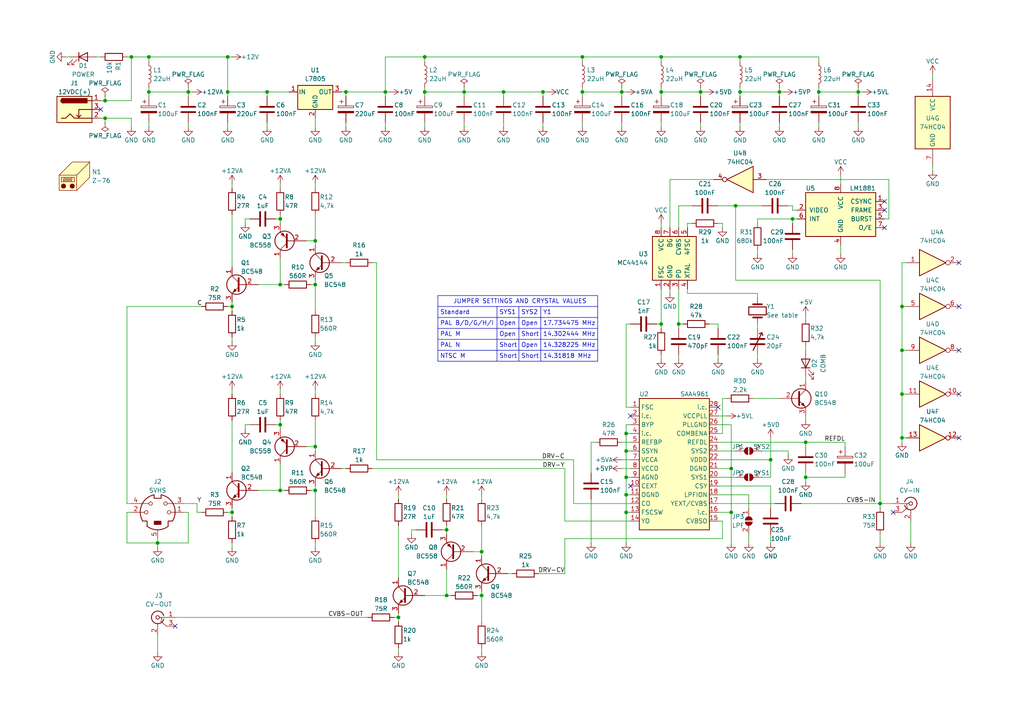
<source format=kicad_sch>
(kicad_sch (version 20230121) (generator eeschema)
  (paper "A4")
  (title_block (title "SAA4960 / SAA4961 Analog Video Comb Filter") (date "2024-08-24") (company "github.com/goscickiw"))
  (junction (at 111.76 26.67))
  (junction (at 181.61 130.81))
  (junction (at 43.18 26.67))
  (junction (at 123.19 26.67))
  (junction (at 181.61 125.73))
  (junction (at 180.34 26.67))
  (junction (at 233.68 128.27))
  (junction (at 100.33 26.67))
  (junction (at 134.62 26.67))
  (junction (at 223.52 133.35))
  (junction (at 115.57 179.07))
  (junction (at 38.1 16.51))
  (junction (at 123.19 16.51))
  (junction (at 30.48 34.29))
  (junction (at 203.2 26.67))
  (junction (at 91.44 129.54))
  (junction (at 66.04 16.51))
  (junction (at 233.68 138.43))
  (junction (at 81.28 82.55))
  (junction (at 146.05 26.67))
  (junction (at 212.09 148.59))
  (junction (at 196.85 93.98))
  (junction (at 67.31 148.59))
  (junction (at 212.09 135.89))
  (junction (at 81.28 63.5))
  (junction (at 229.87 63.5))
  (junction (at 81.28 123.19))
  (junction (at 261.62 101.6))
  (junction (at 45.72 157.48))
  (junction (at 139.7 160.02))
  (junction (at 139.7 172.72))
  (junction (at 168.91 16.51))
  (junction (at 91.44 82.55))
  (junction (at 77.47 26.67))
  (junction (at 129.54 172.72))
  (junction (at 214.63 26.67))
  (junction (at 30.48 29.21))
  (junction (at 191.77 26.67))
  (junction (at 66.04 26.67))
  (junction (at 181.61 138.43))
  (junction (at 91.44 69.85))
  (junction (at 129.54 153.67))
  (junction (at 54.61 26.67))
  (junction (at 157.48 26.67))
  (junction (at 181.61 148.59))
  (junction (at 261.62 127))
  (junction (at 261.62 114.3))
  (junction (at 261.62 88.9))
  (junction (at 248.92 26.67))
  (junction (at 81.28 142.24))
  (junction (at 237.49 26.67))
  (junction (at 168.91 26.67))
  (junction (at 226.06 26.67))
  (junction (at 43.18 16.51))
  (junction (at 191.77 93.98))
  (junction (at 91.44 142.24))
  (junction (at 67.31 88.9))
  (junction (at 191.77 16.51))
  (junction (at 255.27 146.05))
  (junction (at 214.63 16.51))
  (junction (at 213.36 59.69))
  (junction (at 181.61 143.51))
  (no_connect (at 278.13 88.9))
  (no_connect (at 259.08 148.59))
  (no_connect (at 256.54 58.42))
  (no_connect (at 256.54 66.04))
  (no_connect (at 29.21 31.75))
  (no_connect (at 256.54 60.96))
  (no_connect (at 278.13 127))
  (no_connect (at 182.88 120.65))
  (no_connect (at 278.13 101.6))
  (no_connect (at 208.28 118.11))
  (no_connect (at 278.13 114.3))
  (no_connect (at 278.13 76.2))
  (no_connect (at 182.88 140.97))
  (no_connect (at 50.8 181.61))
  (wire (pts (xy 218.44 115.57) (xy 226.06 115.57)))
  (wire (pts (xy 180.34 135.89) (xy 182.88 135.89)))
  (wire (pts (xy 219.71 93.98) (xy 219.71 95.25)))
  (polyline (pts (xy 127 92.075) (xy 173.355 92.075)))
  (wire (pts (xy 261.62 101.6) (xy 261.62 88.9)))
  (wire (pts (xy 157.48 35.56) (xy 157.48 36.83)))
  (wire (pts (xy 66.04 16.51) (xy 67.31 16.51)))
  (wire (pts (xy 81.28 113.03) (xy 81.28 114.3)))
  (wire (pts (xy 196.85 59.69) (xy 196.85 66.04)))
  (wire (pts (xy 223.52 138.43) (xy 223.52 133.35)))
  (wire (pts (xy 45.72 184.15) (xy 45.72 189.23)))
  (wire (pts (xy 245.11 128.27) (xy 245.11 129.54)))
  (wire (pts (xy 255.27 146.05) (xy 259.08 146.05)))
  (wire (pts (xy 80.01 123.19) (xy 81.28 123.19)))
  (wire (pts (xy 123.19 36.83) (xy 123.19 35.56)))
  (wire (pts (xy 139.7 187.96) (xy 139.7 189.23)))
  (wire (pts (xy 139.7 152.4) (xy 139.7 160.02)))
  (wire (pts (xy 270.51 49.53) (xy 270.51 48.26)))
  (wire (pts (xy 229.87 63.5) (xy 231.14 63.5)))
  (wire (pts (xy 57.15 146.05) (xy 57.15 148.59)))
  (wire (pts (xy 88.9 129.54) (xy 91.44 129.54)))
  (wire (pts (xy 45.72 157.48) (xy 36.83 157.48)))
  (polyline (pts (xy 127 98.425) (xy 173.355 98.425)))
  (wire (pts (xy 123.19 16.51) (xy 168.91 16.51)))
  (wire (pts (xy 54.61 148.59) (xy 53.34 148.59)))
  (wire (pts (xy 209.55 115.57) (xy 209.55 125.73)))
  (wire (pts (xy 123.19 172.72) (xy 129.54 172.72)))
  (wire (pts (xy 43.18 16.51) (xy 66.04 16.51)))
  (wire (pts (xy 128.27 153.67) (xy 129.54 153.67)))
  (wire (pts (xy 146.05 26.67) (xy 146.05 27.94)))
  (wire (pts (xy 190.5 93.98) (xy 191.77 93.98)))
  (wire (pts (xy 214.63 16.51) (xy 214.63 17.78)))
  (wire (pts (xy 166.37 146.05) (xy 182.88 146.05)))
  (wire (pts (xy 196.85 95.25) (xy 196.85 93.98)))
  (wire (pts (xy 171.45 144.78) (xy 171.45 157.48)))
  (wire (pts (xy 191.77 102.87) (xy 191.77 104.14)))
  (wire (pts (xy 30.48 34.29) (xy 30.48 35.56)))
  (wire (pts (xy 129.54 172.72) (xy 130.81 172.72)))
  (wire (pts (xy 237.49 25.4) (xy 237.49 26.67)))
  (wire (pts (xy 191.77 36.83) (xy 191.77 35.56)))
  (wire (pts (xy 191.77 25.4) (xy 191.77 26.67)))
  (wire (pts (xy 67.31 157.48) (xy 67.31 158.75)))
  (wire (pts (xy 233.68 128.27) (xy 245.11 128.27)))
  (wire (pts (xy 67.31 88.9) (xy 67.31 90.17)))
  (wire (pts (xy 119.38 153.67) (xy 120.65 153.67)))
  (wire (pts (xy 81.28 123.19) (xy 81.28 124.46)))
  (wire (pts (xy 261.62 127) (xy 261.62 114.3)))
  (wire (pts (xy 229.87 63.5) (xy 229.87 64.77)))
  (wire (pts (xy 119.38 154.94) (xy 119.38 153.67)))
  (wire (pts (xy 156.21 166.37) (xy 163.83 166.37)))
  (wire (pts (xy 248.92 26.67) (xy 248.92 27.94)))
  (wire (pts (xy 45.72 157.48) (xy 45.72 156.21)))
  (wire (pts (xy 181.61 93.98) (xy 182.88 93.98)))
  (wire (pts (xy 214.63 36.83) (xy 214.63 35.56)))
  (wire (pts (xy 181.61 157.48) (xy 181.61 148.59)))
  (wire (pts (xy 233.68 137.16) (xy 233.68 138.43)))
  (wire (pts (xy 67.31 113.03) (xy 67.31 114.3)))
  (wire (pts (xy 107.95 135.89) (xy 163.83 135.89)))
  (wire (pts (xy 205.74 93.98) (xy 208.28 93.98)))
  (wire (pts (xy 91.44 142.24) (xy 91.44 149.86)))
  (wire (pts (xy 66.04 88.9) (xy 67.31 88.9)))
  (wire (pts (xy 157.48 26.67) (xy 158.75 26.67)))
  (wire (pts (xy 67.31 148.59) (xy 67.31 149.86)))
  (wire (pts (xy 111.76 26.67) (xy 111.76 27.94)))
  (wire (pts (xy 219.71 102.87) (xy 219.71 104.14)))
  (wire (pts (xy 237.49 36.83) (xy 237.49 35.56)))
  (wire (pts (xy 54.61 157.48) (xy 45.72 157.48)))
  (polyline (pts (xy 127 88.9) (xy 173.355 88.9)))
  (wire (pts (xy 163.83 156.21) (xy 209.55 156.21)))
  (wire (pts (xy 223.52 154.94) (xy 223.52 157.48)))
  (wire (pts (xy 181.61 148.59) (xy 181.61 143.51)))
  (wire (pts (xy 233.68 138.43) (xy 245.11 138.43)))
  (wire (pts (xy 180.34 26.67) (xy 180.34 27.94)))
  (wire (pts (xy 67.31 97.79) (xy 67.31 99.06)))
  (wire (pts (xy 134.62 35.56) (xy 134.62 36.83)))
  (wire (pts (xy 43.18 25.4) (xy 43.18 26.67)))
  (wire (pts (xy 77.47 27.94) (xy 77.47 26.67)))
  (wire (pts (xy 139.7 143.51) (xy 139.7 144.78)))
  (wire (pts (xy 163.83 166.37) (xy 163.83 156.21)))
  (wire (pts (xy 81.28 121.92) (xy 81.28 123.19)))
  (wire (pts (xy 67.31 121.92) (xy 67.31 137.16)))
  (wire (pts (xy 67.31 62.23) (xy 67.31 77.47)))
  (wire (pts (xy 20.32 16.51) (xy 19.05 16.51)))
  (wire (pts (xy 209.55 151.13) (xy 209.55 156.21)))
  (wire (pts (xy 36.83 146.05) (xy 36.83 88.9)))
  (polyline (pts (xy 127 101.6) (xy 173.355 101.6)))
  (wire (pts (xy 74.93 142.24) (xy 81.28 142.24)))
  (wire (pts (xy 66.04 36.83) (xy 66.04 35.56)))
  (wire (pts (xy 191.77 16.51) (xy 214.63 16.51)))
  (polyline (pts (xy 150.495 88.9) (xy 150.495 104.775)))
  (wire (pts (xy 134.62 25.4) (xy 134.62 26.67)))
  (wire (pts (xy 36.83 157.48) (xy 36.83 148.59)))
  (wire (pts (xy 232.41 146.05) (xy 255.27 146.05)))
  (wire (pts (xy 115.57 152.4) (xy 115.57 167.64)))
  (wire (pts (xy 180.34 133.35) (xy 182.88 133.35)))
  (wire (pts (xy 191.77 64.77) (xy 191.77 66.04)))
  (wire (pts (xy 166.37 133.35) (xy 166.37 146.05)))
  (wire (pts (xy 208.28 93.98) (xy 208.28 95.25)))
  (wire (pts (xy 237.49 27.94) (xy 237.49 26.67)))
  (wire (pts (xy 214.63 16.51) (xy 237.49 16.51)))
  (wire (pts (xy 38.1 146.05) (xy 36.83 146.05)))
  (wire (pts (xy 261.62 88.9) (xy 262.89 88.9)))
  (wire (pts (xy 38.1 16.51) (xy 43.18 16.51)))
  (wire (pts (xy 226.06 25.4) (xy 226.06 26.67)))
  (wire (pts (xy 191.77 26.67) (xy 203.2 26.67)))
  (wire (pts (xy 208.28 133.35) (xy 223.52 133.35)))
  (wire (pts (xy 270.51 21.59) (xy 270.51 22.86)))
  (wire (pts (xy 181.61 138.43) (xy 181.61 130.81)))
  (wire (pts (xy 90.17 142.24) (xy 91.44 142.24)))
  (wire (pts (xy 81.28 63.5) (xy 81.28 64.77)))
  (wire (pts (xy 213.36 59.69) (xy 220.98 59.69)))
  (wire (pts (xy 91.44 140.97) (xy 91.44 142.24)))
  (wire (pts (xy 208.28 135.89) (xy 212.09 135.89)))
  (wire (pts (xy 208.28 140.97) (xy 223.52 140.97)))
  (wire (pts (xy 71.12 64.77) (xy 71.12 63.5)))
  (wire (pts (xy 109.22 76.2) (xy 109.22 133.35)))
  (wire (pts (xy 29.21 16.51) (xy 27.94 16.51)))
  (wire (pts (xy 66.04 27.94) (xy 66.04 26.67)))
  (wire (pts (xy 212.09 157.48) (xy 212.09 148.59)))
  (wire (pts (xy 53.34 146.05) (xy 57.15 146.05)))
  (wire (pts (xy 181.61 118.11) (xy 182.88 118.11)))
  (wire (pts (xy 217.17 143.51) (xy 217.17 147.32)))
  (wire (pts (xy 261.62 114.3) (xy 262.89 114.3)))
  (wire (pts (xy 255.27 154.94) (xy 255.27 157.48)))
  (wire (pts (xy 74.93 82.55) (xy 81.28 82.55)))
  (wire (pts (xy 229.87 72.39) (xy 229.87 73.66)))
  (wire (pts (xy 67.31 147.32) (xy 67.31 148.59)))
  (wire (pts (xy 233.68 109.22) (xy 233.68 110.49)))
  (wire (pts (xy 191.77 16.51) (xy 191.77 17.78)))
  (wire (pts (xy 261.62 101.6) (xy 262.89 101.6)))
  (wire (pts (xy 219.71 63.5) (xy 219.71 64.77)))
  (wire (pts (xy 181.61 125.73) (xy 182.88 125.73)))
  (wire (pts (xy 223.52 140.97) (xy 223.52 147.32)))
  (wire (pts (xy 181.61 123.19) (xy 181.61 125.73)))
  (wire (pts (xy 212.09 148.59) (xy 212.09 135.89)))
  (wire (pts (xy 233.68 128.27) (xy 233.68 129.54)))
  (wire (pts (xy 181.61 138.43) (xy 182.88 138.43)))
  (wire (pts (xy 114.3 179.07) (xy 115.57 179.07)))
  (wire (pts (xy 203.2 25.4) (xy 203.2 26.67)))
  (wire (pts (xy 233.68 91.44) (xy 233.68 92.71)))
  (wire (pts (xy 115.57 179.07) (xy 115.57 180.34)))
  (wire (pts (xy 261.62 114.3) (xy 261.62 101.6)))
  (wire (pts (xy 217.17 154.94) (xy 217.17 157.48)))
  (wire (pts (xy 212.09 123.19) (xy 208.28 123.19)))
  (wire (pts (xy 171.45 137.16) (xy 171.45 128.27)))
  (wire (pts (xy 191.77 93.98) (xy 191.77 95.25)))
  (wire (pts (xy 71.12 123.19) (xy 72.39 123.19)))
  (wire (pts (xy 99.06 26.67) (xy 100.33 26.67)))
  (wire (pts (xy 99.06 135.89) (xy 100.33 135.89)))
  (wire (pts (xy 43.18 36.83) (xy 43.18 35.56)))
  (wire (pts (xy 220.98 138.43) (xy 223.52 138.43)))
  (wire (pts (xy 129.54 152.4) (xy 129.54 153.67)))
  (wire (pts (xy 203.2 35.56) (xy 203.2 36.83)))
  (wire (pts (xy 248.92 35.56) (xy 248.92 36.83)))
  (wire (pts (xy 77.47 35.56) (xy 77.47 36.83)))
  (wire (pts (xy 261.62 127) (xy 261.62 128.27)))
  (wire (pts (xy 194.31 83.82) (xy 194.31 85.09)))
  (wire (pts (xy 191.77 83.82) (xy 191.77 93.98)))
  (wire (pts (xy 66.04 26.67) (xy 77.47 26.67)))
  (wire (pts (xy 138.43 172.72) (xy 139.7 172.72)))
  (wire (pts (xy 43.18 17.78) (xy 43.18 16.51)))
  (wire (pts (xy 71.12 124.46) (xy 71.12 123.19)))
  (wire (pts (xy 233.68 100.33) (xy 233.68 101.6)))
  (wire (pts (xy 115.57 177.8) (xy 115.57 179.07)))
  (wire (pts (xy 29.21 34.29) (xy 30.48 34.29)))
  (wire (pts (xy 226.06 26.67) (xy 226.06 27.94)))
  (wire (pts (xy 264.16 151.13) (xy 264.16 157.48)))
  (wire (pts (xy 100.33 36.83) (xy 100.33 35.56)))
  (wire (pts (xy 209.55 64.77) (xy 208.28 64.77)))
  (wire (pts (xy 30.48 29.21) (xy 38.1 29.21)))
  (wire (pts (xy 67.31 53.34) (xy 67.31 54.61)))
  (wire (pts (xy 81.28 53.34) (xy 81.28 54.61)))
  (wire (pts (xy 208.28 148.59) (xy 212.09 148.59)))
  (wire (pts (xy 255.27 146.05) (xy 255.27 147.32)))
  (wire (pts (xy 257.81 52.07) (xy 257.81 63.5)))
  (wire (pts (xy 99.06 76.2) (xy 100.33 76.2)))
  (wire (pts (xy 208.28 59.69) (xy 213.36 59.69)))
  (wire (pts (xy 243.84 71.12) (xy 243.84 73.66)))
  (wire (pts (xy 209.55 66.04) (xy 209.55 64.77)))
  (wire (pts (xy 107.95 76.2) (xy 109.22 76.2)))
  (wire (pts (xy 45.72 157.48) (xy 45.72 158.75)))
  (wire (pts (xy 29.21 29.21) (xy 30.48 29.21)))
  (wire (pts (xy 54.61 26.67) (xy 54.61 27.94)))
  (wire (pts (xy 81.28 142.24) (xy 82.55 142.24)))
  (wire (pts (xy 233.68 120.65) (xy 233.68 121.92)))
  (wire (pts (xy 36.83 88.9) (xy 58.42 88.9)))
  (wire (pts (xy 248.92 25.4) (xy 248.92 26.67)))
  (wire (pts (xy 194.31 52.07) (xy 207.01 52.07)))
  (wire (pts (xy 168.91 36.83) (xy 168.91 35.56)))
  (wire (pts (xy 168.91 27.94) (xy 168.91 26.67)))
  (wire (pts (xy 199.39 64.77) (xy 199.39 66.04)))
  (wire (pts (xy 54.61 26.67) (xy 55.88 26.67)))
  (wire (pts (xy 180.34 35.56) (xy 180.34 36.83)))
  (wire (pts (xy 81.28 82.55) (xy 82.55 82.55)))
  (wire (pts (xy 66.04 16.51) (xy 66.04 26.67)))
  (wire (pts (xy 147.32 166.37) (xy 148.59 166.37)))
  (wire (pts (xy 163.83 135.89) (xy 163.83 151.13)))
  (wire (pts (xy 213.36 81.28) (xy 255.27 81.28)))
  (wire (pts (xy 91.44 82.55) (xy 91.44 90.17)))
  (wire (pts (xy 54.61 25.4) (xy 54.61 26.67)))
  (wire (pts (xy 111.76 26.67) (xy 113.03 26.67)))
  (wire (pts (xy 38.1 29.21) (xy 38.1 16.51)))
  (wire (pts (xy 137.16 160.02) (xy 139.7 160.02)))
  (wire (pts (xy 111.76 26.67) (xy 111.76 16.51)))
  (wire (pts (xy 163.83 151.13) (xy 182.88 151.13)))
  (wire (pts (xy 233.68 138.43) (xy 233.68 139.7)))
  (wire (pts (xy 168.91 26.67) (xy 180.34 26.67)))
  (wire (pts (xy 208.28 102.87) (xy 208.28 104.14)))
  (wire (pts (xy 214.63 27.94) (xy 214.63 26.67)))
  (wire (pts (xy 43.18 26.67) (xy 54.61 26.67)))
  (wire (pts (xy 196.85 102.87) (xy 196.85 104.14)))
  (wire (pts (xy 109.22 133.35) (xy 166.37 133.35)))
  (wire (pts (xy 50.8 179.07) (xy 106.68 179.07)))
  (wire (pts (xy 181.61 118.11) (xy 181.61 93.98)))
  (wire (pts (xy 243.84 50.8) (xy 243.84 53.34)))
  (wire (pts (xy 245.11 138.43) (xy 245.11 137.16)))
  (wire (pts (xy 222.25 52.07) (xy 257.81 52.07)))
  (wire (pts (xy 208.28 146.05) (xy 224.79 146.05)))
  (wire (pts (xy 91.44 129.54) (xy 91.44 130.81)))
  (wire (pts (xy 91.44 97.79) (xy 91.44 99.06)))
  (wire (pts (xy 229.87 59.69) (xy 229.87 60.96)))
  (wire (pts (xy 91.44 81.28) (xy 91.44 82.55)))
  (wire (pts (xy 139.7 172.72) (xy 139.7 180.34)))
  (wire (pts (xy 54.61 35.56) (xy 54.61 36.83)))
  (wire (pts (xy 129.54 143.51) (xy 129.54 144.78)))
  (wire (pts (xy 200.66 64.77) (xy 199.39 64.77)))
  (wire (pts (xy 36.83 148.59) (xy 38.1 148.59)))
  (wire (pts (xy 81.28 74.93) (xy 81.28 82.55)))
  (wire (pts (xy 261.62 76.2) (xy 262.89 76.2)))
  (wire (pts (xy 181.61 143.51) (xy 181.61 138.43)))
  (wire (pts (xy 262.89 127) (xy 261.62 127)))
  (wire (pts (xy 228.6 132.08) (xy 228.6 130.81)))
  (wire (pts (xy 91.44 121.92) (xy 91.44 129.54)))
  (wire (pts (xy 181.61 130.81) (xy 182.88 130.81)))
  (wire (pts (xy 203.2 26.67) (xy 204.47 26.67)))
  (wire (pts (xy 168.91 25.4) (xy 168.91 26.67)))
  (wire (pts (xy 91.44 157.48) (xy 91.44 158.75)))
  (wire (pts (xy 219.71 85.09) (xy 199.39 85.09)))
  (wire (pts (xy 91.44 34.29) (xy 91.44 36.83)))
  (wire (pts (xy 123.19 17.78) (xy 123.19 16.51)))
  (wire (pts (xy 181.61 130.81) (xy 181.61 125.73)))
  (wire (pts (xy 229.87 59.69) (xy 228.6 59.69)))
  (wire (pts (xy 219.71 72.39) (xy 219.71 73.66)))
  (wire (pts (xy 43.18 26.67) (xy 43.18 27.94)))
  (wire (pts (xy 219.71 86.36) (xy 219.71 85.09)))
  (wire (pts (xy 123.19 26.67) (xy 134.62 26.67)))
  (wire (pts (xy 171.45 128.27) (xy 172.72 128.27)))
  (wire (pts (xy 111.76 35.56) (xy 111.76 36.83)))
  (wire (pts (xy 30.48 34.29) (xy 38.1 34.29)))
  (polyline (pts (xy 144.145 88.9) (xy 144.145 104.775)))
  (wire (pts (xy 256.54 63.5) (xy 257.81 63.5)))
  (wire (pts (xy 255.27 81.28) (xy 255.27 146.05)))
  (wire (pts (xy 88.9 69.85) (xy 91.44 69.85)))
  (wire (pts (xy 100.33 27.94) (xy 100.33 26.67)))
  (wire (pts (xy 237.49 26.67) (xy 248.92 26.67)))
  (wire (pts (xy 71.12 63.5) (xy 72.39 63.5)))
  (wire (pts (xy 157.48 26.67) (xy 157.48 27.94)))
  (wire (pts (xy 191.77 27.94) (xy 191.77 26.67)))
  (wire (pts (xy 208.28 151.13) (xy 209.55 151.13)))
  (wire (pts (xy 134.62 26.67) (xy 146.05 26.67)))
  (wire (pts (xy 123.19 25.4) (xy 123.19 26.67)))
  (wire (pts (xy 214.63 26.67) (xy 226.06 26.67)))
  (wire (pts (xy 91.44 69.85) (xy 91.44 71.12)))
  (wire (pts (xy 196.85 93.98) (xy 198.12 93.98)))
  (wire (pts (xy 208.28 120.65) (xy 210.82 120.65)))
  (wire (pts (xy 180.34 128.27) (xy 182.88 128.27)))
  (wire (pts (xy 208.28 128.27) (xy 233.68 128.27)))
  (wire (pts (xy 129.54 153.67) (xy 129.54 154.94)))
  (wire (pts (xy 81.28 134.62) (xy 81.28 142.24)))
  (wire (pts (xy 91.44 53.34) (xy 91.44 54.61)))
  (wire (pts (xy 54.61 148.59) (xy 54.61 157.48)))
  (wire (pts (xy 91.44 62.23) (xy 91.44 69.85)))
  (wire (pts (xy 208.28 138.43) (xy 213.36 138.43)))
  (wire (pts (xy 194.31 52.07) (xy 194.31 66.04)))
  (wire (pts (xy 67.31 87.63) (xy 67.31 88.9)))
  (wire (pts (xy 100.33 26.67) (xy 111.76 26.67)))
  (wire (pts (xy 226.06 35.56) (xy 226.06 36.83)))
  (wire (pts (xy 146.05 35.56) (xy 146.05 36.83)))
  (wire (pts (xy 38.1 34.29) (xy 38.1 36.83)))
  (wire (pts (xy 123.19 27.94) (xy 123.19 26.67)))
  (wire (pts (xy 226.06 26.67) (xy 227.33 26.67)))
  (wire (pts (xy 180.34 25.4) (xy 180.34 26.67)))
  (wire (pts (xy 228.6 130.81) (xy 220.98 130.81)))
  (wire (pts (xy 196.85 83.82) (xy 196.85 93.98)))
  (wire (pts (xy 261.62 88.9) (xy 261.62 76.2)))
  (wire (pts (xy 181.61 143.51) (xy 182.88 143.51)))
  (polyline (pts (xy 127 95.25) (xy 173.355 95.25)))
  (wire (pts (xy 203.2 26.67) (xy 203.2 27.94)))
  (wire (pts (xy 77.47 26.67) (xy 83.82 26.67)))
  (wire (pts (xy 200.66 59.69) (xy 196.85 59.69)))
  (wire (pts (xy 214.63 25.4) (xy 214.63 26.67)))
  (wire (pts (xy 139.7 160.02) (xy 139.7 161.29)))
  (wire (pts (xy 36.83 16.51) (xy 38.1 16.51)))
  (wire (pts (xy 208.28 125.73) (xy 209.55 125.73)))
  (wire (pts (xy 115.57 187.96) (xy 115.57 189.23)))
  (wire (pts (xy 57.15 148.59) (xy 58.42 148.59)))
  (wire (pts (xy 91.44 113.03) (xy 91.44 114.3)))
  (wire (pts (xy 115.57 143.51) (xy 115.57 144.78)))
  (wire (pts (xy 208.28 143.51) (xy 217.17 143.51)))
  (wire (pts (xy 81.28 62.23) (xy 81.28 63.5)))
  (wire (pts (xy 237.49 16.51) (xy 237.49 17.78)))
  (wire (pts (xy 168.91 16.51) (xy 191.77 16.51)))
  (wire (pts (xy 30.48 27.94) (xy 30.48 29.21)))
  (wire (pts (xy 90.17 82.55) (xy 91.44 82.55)))
  (wire (pts (xy 199.39 85.09) (xy 199.39 83.82)))
  (wire (pts (xy 168.91 16.51) (xy 168.91 17.78)))
  (wire (pts (xy 208.28 130.81) (xy 213.36 130.81)))
  (wire (pts (xy 181.61 148.59) (xy 182.88 148.59)))
  (wire (pts (xy 248.92 26.67) (xy 250.19 26.67)))
  (wire (pts (xy 129.54 165.1) (xy 129.54 172.72)))
  (wire (pts (xy 213.36 59.69) (xy 213.36 81.28)))
  (wire (pts (xy 111.76 16.51) (xy 123.19 16.51)))
  (polyline (pts (xy 156.845 88.9) (xy 156.845 104.775)))
  (wire (pts (xy 229.87 60.96) (xy 231.14 60.96)))
  (wire (pts (xy 182.88 123.19) (xy 181.61 123.19)))
  (wire (pts (xy 146.05 26.67) (xy 157.48 26.67)))
  (wire (pts (xy 180.34 26.67) (xy 181.61 26.67)))
  (wire (pts (xy 139.7 171.45) (xy 139.7 172.72)))
  (wire (pts (xy 229.87 63.5) (xy 219.71 63.5)))
  (wire (pts (xy 80.01 63.5) (xy 81.28 63.5)))
  (wire (pts (xy 223.52 127) (xy 223.52 133.35)))
  (wire (pts (xy 134.62 26.67) (xy 134.62 27.94)))
  (wire (pts (xy 212.09 135.89) (xy 212.09 123.19)))
  (wire (pts (xy 66.04 148.59) (xy 67.31 148.59)))
  (wire (pts (xy 210.82 115.57) (xy 209.55 115.57)))
  (rectangle (start 127 85.725) (end 173.355 104.775))
  (text "SYS2" (at 151.13 91.44 0) (effects (font (size 1.27 1.27)) (justify left bottom)))
  (text "Short" (at 151.13 104.14 0) (effects (font (size 1.27 1.27)) (justify left bottom)))
  (text "PAL N" (at 127.635 100.965 0) (effects (font (size 1.27 1.27)) (justify left bottom)))
  (text "PAL M" (at 127.635 97.79 0) (effects (font (size 1.27 1.27)) (justify left bottom)))
  (text "SYS1" (at 144.78 91.44 0) (effects (font (size 1.27 1.27)) (justify left bottom)))
  (text "14.302444 MHz" (at 157.48 97.79 0) (effects (font (size 1.27 1.27)) (justify left bottom)))
  (text "Open" (at 144.78 94.615 0) (effects (font (size 1.27 1.27)) (justify left bottom)))
  (text "14.328225 MHz" (at 157.48 100.965 0) (effects (font (size 1.27 1.27)) (justify left bottom)))
  (text "17.734475 MHz" (at 157.48 94.615 0) (effects (font (size 1.27 1.27)) (justify left bottom)))
  (text "Short" (at 144.78 104.14 0) (effects (font (size 1.27 1.27)) (justify left bottom)))
  (text "Y1" (at 157.48 91.44 0) (effects (font (size 1.27 1.27)) (justify left bottom)))
  (text "NTSC M" (at 127.635 104.14 0) (effects (font (size 1.27 1.27)) (justify left bottom)))
  (text "14.31818 MHz" (at 157.48 104.14 0) (effects (font (size 1.27 1.27)) (justify left bottom)))
  (text "PAL B/D/G/H/I" (at 127.635 94.615 0) (effects (font (size 1.27 1.27)) (justify left bottom)))
  (text "Open" (at 144.78 97.79 0) (effects (font (size 1.27 1.27)) (justify left bottom)))
  (text "Open" (at 151.13 100.965 0) (effects (font (size 1.27 1.27)) (justify left bottom)))
  (text "Open" (at 151.13 94.615 0) (effects (font (size 1.27 1.27)) (justify left bottom)))
  (text "Standard" (at 127.635 91.44 0) (effects (font (size 1.27 1.27)) (justify left bottom)))
  (text "Short" (at 144.78 100.965 0) (effects (font (size 1.27 1.27)) (justify left bottom)))
  (text "Short" (at 151.13 97.79 0) (effects (font (size 1.27 1.27)) (justify left bottom)))
  (text "JUMPER SETTINGS AND CRYSTAL VALUES" (at 131.445 88.265 0) (effects (font (size 1.27 1.27)) (justify left bottom)))
  (label "C" (at 57.15 88.9 0))
  (label "DRV-Y" (at 163.83 135.89 180))
  (label "DRV-C" (at 163.83 133.35 180))
  (label "DRV-CV" (at 163.83 166.37 180))
  (label "REFDL" (at 245.11 128.27 180))
  (label "CVBS-IN" (at 254 146.05 180))
  (label "Y" (at 57.15 146.05 0))
  (label "CVBS-OUT" (at 105.41 179.07 180))
  (symbol (lib_id "power:GND") (at 91.44 158.75 0) (unit 1)
    (property "Reference" "#PWR023" (effects hide))
    (property "Value" "GND" (at 91.44 162.56 0))
  )
  (symbol (lib_id "power:PWR_FLAG") (at 30.48 35.56 180) (unit 1)
    (property "Reference" "#FLG02" (effects hide))
    (property "Value" "PWR_FLAG" (at 30.48 39.37 0))
  )
  (symbol (lib_id "Device:R") (at 67.31 118.11 180) (unit 1)
    (property "Reference" "R6" (at 68.58 116.84 0) (effects (justify right)))
    (property "Value" "27R" (at 68.58 119.38 0) (effects (justify right)))
    (property "Footprint" "Resistor_THT:R_Axial_DIN0207_L6.3mm_D2.5mm_P7.62mm_Horizontal" (effects hide))
  )
  (symbol (lib_id "power:+12VA") (at 91.44 53.34 0) (unit 1)
    (property "Reference" "#PWR020" (effects hide))
    (property "Value" "+12VA" (at 91.44 49.53 0))
  )
  (symbol (lib_id "Transistor_BJT:BC548") (at 69.85 142.24 0) (mirror y) (unit 1)
    (property "Reference" "Q2" (at 69.85 135.89 0) (effects (justify right)))
    (property "Value" "BC548" (at 69.85 138.43 0) (effects (justify right)))
    (property "Footprint" "Package_TO_SOT_THT:TO-92_Inline_Wide" (effects hide))
    (property "Datasheet" "https://www.onsemi.com/pub/Collateral/BC550-D.pdf" (effects hide))
  )
  (symbol (lib_id "power:GND") (at 71.12 64.77 0) (unit 1)
    (property "Reference" "#PWR014" (effects hide))
    (property "Value" "GND" (at 71.12 68.58 0))
  )
  (symbol (lib_id "Device:C_Polarized") (at 168.91 31.75 0) (unit 1)
    (property "Reference" "C14" (at 171.45 30.48 0) (effects (justify left)))
    (property "Value" "100uF" (at 171.45 33.02 0) (effects (justify left)))
    (property "Footprint" "Capacitor_THT:CP_Radial_D5.0mm_P2.00mm" (effects hide))
  )
  (symbol (lib_id "Device:R") (at 86.36 142.24 90) (unit 1)
    (property "Reference" "R11" (at 86.36 137.16 90))
    (property "Value" "560R" (at 86.36 139.7 90))
    (property "Footprint" "Resistor_THT:R_Axial_DIN0207_L6.3mm_D2.5mm_P7.62mm_Horizontal" (effects hide))
  )
  (symbol (lib_id "power:GND") (at 219.71 104.14 0) (unit 1)
    (property "Reference" "#PWR059" (effects hide))
    (property "Value" "GND" (at 219.71 107.95 0))
  )
  (symbol (lib_id "power:GND") (at 139.7 189.23 0) (unit 1)
    (property "Reference" "#PWR034" (effects hide))
    (property "Value" "GND" (at 139.7 193.04 0))
  )
  (symbol (lib_id "power:GND") (at 66.04 36.83 0) (unit 1)
    (property "Reference" "#PWR08" (effects hide))
    (property "Value" "GND" (at 66.04 40.64 0))
  )
  (symbol (lib_id "power:+5V") (at 233.68 91.44 0) (unit 1)
    (property "Reference" "#PWR066" (effects hide))
    (property "Value" "+5V" (at 233.68 87.63 0))
  )
  (symbol (lib_id "Device:L") (at 43.18 21.59 0) (unit 1)
    (property "Reference" "L1" (at 44.45 20.32 0) (effects (justify left)))
    (property "Value" "22uH" (at 44.45 22.86 0) (effects (justify left)))
    (property "Footprint" "Inductor_THT:L_Axial_L5.3mm_D2.2mm_P7.62mm_Horizontal_Vishay_IM-1" (effects hide))
  )
  (symbol (lib_id "power:GND") (at 212.09 157.48 0) (unit 1)
    (property "Reference" "#PWR055" (effects hide))
    (property "Value" "GND" (at 212.09 161.29 0))
  )
  (symbol (lib_id "power:GND") (at 270.51 49.53 0) (unit 1)
    (property "Reference" "#PWR078" (effects hide))
    (property "Value" "GND" (at 270.51 53.34 0))
  )
  (symbol (lib_id "Custom_Symbols:Mini-DIN-4-Gound") (at 45.72 148.59 0) (unit 1)
    (property "Reference" "J2" (at 45.72 139.7 0))
    (property "Value" "SVHS" (at 45.72 142.24 0))
    (property "Footprint" "Custom_Footprints:MDC-204" (effects hide))
    (property "Datasheet" "http://service.powerdynamics.com/ec/Catalog17/Section%2011.pdf" (effects hide))
  )
  (symbol (lib_id "Device:R") (at 139.7 184.15 180) (unit 1)
    (property "Reference" "R24" (at 140.97 182.88 0) (effects (justify right)))
    (property "Value" "560R" (at 140.97 185.42 0) (effects (justify right)))
    (property "Footprint" "Resistor_THT:R_Axial_DIN0207_L6.3mm_D2.5mm_P7.62mm_Horizontal" (effects hide))
  )
  (symbol (lib_id "74xx:74HC04") (at 270.51 76.2 0) (unit 1)
    (property "Reference" "U4" (at 271.78 67.31 0))
    (property "Value" "74HC04" (at 270.51 69.85 0))
    (property "Footprint" "Package_DIP:DIP-14_W7.62mm_Socket" (effects hide))
    (property "Datasheet" "https://assets.nexperia.com/documents/data-sheet/74HC_HCT04.pdf" (effects hide))
  )
  (symbol (lib_id "Device:C") (at 228.6 146.05 90) (unit 1)
    (property "Reference" "C28" (at 228.6 139.7 90))
    (property "Value" "100nF" (at 228.6 142.24 90))
    (property "Footprint" "Capacitor_THT:C_Disc_D5.0mm_W2.5mm_P2.50mm" (effects hide))
  )
  (symbol (lib_id "Device:C") (at 76.2 63.5 90) (unit 1)
    (property "Reference" "C4" (at 76.2 57.15 90))
    (property "Value" "1uF" (at 76.2 59.69 90))
    (property "Footprint" "Capacitor_THT:C_Rect_L9.0mm_W4.2mm_P7.50mm_MKT" (effects hide))
  )
  (symbol (lib_id "74xx:74HC04") (at 270.51 101.6 0) (unit 4)
    (property "Reference" "U4" (at 270.51 93.98 0))
    (property "Value" "74HC04" (at 270.51 96.52 0))
    (property "Footprint" "Package_DIP:DIP-14_W7.62mm_Socket" (effects hide))
    (property "Datasheet" "https://assets.nexperia.com/documents/data-sheet/74HC_HCT04.pdf" (effects hide))
  )
  (symbol (lib_id "Device:C_Polarized") (at 237.49 31.75 0) (unit 1)
    (property "Reference" "C31" (at 240.03 30.48 0) (effects (justify left)))
    (property "Value" "100uF" (at 240.03 33.02 0) (effects (justify left)))
    (property "Footprint" "Capacitor_THT:CP_Radial_D5.0mm_P2.00mm" (effects hide))
  )
  (symbol (lib_id "Device:L") (at 168.91 21.59 0) (unit 1)
    (property "Reference" "L3" (at 170.18 20.32 0) (effects (justify left)))
    (property "Value" "22uH" (at 170.18 22.86 0) (effects (justify left)))
    (property "Footprint" "Inductor_THT:L_Axial_L5.3mm_D2.2mm_P7.62mm_Horizontal_Vishay_IM-1" (effects hide))
  )
  (symbol (lib_id "Device:C") (at 223.52 151.13 0) (unit 1)
    (property "Reference" "C25" (at 223.52 153.67 0) (effects (justify left)))
    (property "Value" "100nF" (at 223.52 156.21 0) (effects (justify left)))
    (property "Footprint" "Capacitor_THT:C_Disc_D5.0mm_W2.5mm_P2.50mm" (effects hide))
  )
  (symbol (lib_id "power:GND") (at 229.87 73.66 0) (unit 1)
    (property "Reference" "#PWR065" (effects hide))
    (property "Value" "GND" (at 229.87 77.47 0))
  )
  (symbol (lib_id "Device:R") (at 67.31 93.98 180) (unit 1)
    (property "Reference" "R5" (at 68.58 92.71 0) (effects (justify right)))
    (property "Value" "1k" (at 68.58 95.25 0) (effects (justify right)))
    (property "Footprint" "Resistor_THT:R_Axial_DIN0207_L6.3mm_D2.5mm_P7.62mm_Horizontal" (effects hide))
  )
  (symbol (lib_id "Device:R") (at 67.31 58.42 180) (unit 1)
    (property "Reference" "R4" (at 68.58 57.15 0) (effects (justify right)))
    (property "Value" "27R" (at 68.58 59.69 0) (effects (justify right)))
    (property "Footprint" "Resistor_THT:R_Axial_DIN0207_L6.3mm_D2.5mm_P7.62mm_Horizontal" (effects hide))
  )
  (symbol (lib_id "power:GND") (at 181.61 157.48 0) (unit 1)
    (property "Reference" "#PWR044" (effects hide))
    (property "Value" "GND" (at 181.61 161.29 0))
  )
  (symbol (lib_id "Device:R") (at 91.44 153.67 180) (unit 1)
    (property "Reference" "R15" (at 92.71 152.4 0) (effects (justify right)))
    (property "Value" "560R" (at 92.71 154.94 0) (effects (justify right)))
    (property "Footprint" "Resistor_THT:R_Axial_DIN0207_L6.3mm_D2.5mm_P7.62mm_Horizontal" (effects hide))
  )
  (symbol (lib_id "power:+12VA") (at 67.31 113.03 0) (unit 1)
    (property "Reference" "#PWR012" (effects hide))
    (property "Value" "+12VA" (at 67.31 109.22 0))
  )
  (symbol (lib_id "Device:R") (at 139.7 148.59 180) (unit 1)
    (property "Reference" "R23" (at 140.97 147.32 0) (effects (justify right)))
    (property "Value" "4,7k" (at 140.97 149.86 0) (effects (justify right)))
    (property "Footprint" "Resistor_THT:R_Axial_DIN0207_L6.3mm_D2.5mm_P7.62mm_Horizontal" (effects hide))
  )
  (symbol (lib_id "power:GND") (at 191.77 36.83 0) (unit 1)
    (property "Reference" "#PWR045" (effects hide))
    (property "Value" "GND" (at 191.77 40.64 0))
  )
  (symbol (lib_id "Device:Crystal") (at 219.71 90.17 90) (unit 1)
    (property "Reference" "Y1" (at 222.25 88.9 90) (effects (justify right)))
    (property "Value" "See table" (at 222.25 91.44 90) (effects (justify right)))
    (property "Footprint" "Crystal:Crystal_HC49-U_Vertical" (effects hide))
  )
  (symbol (lib_id "power:PWR_FLAG") (at 54.61 25.4 0) (unit 1)
    (property "Reference" "#FLG03" (effects hide))
    (property "Value" "PWR_FLAG" (at 54.61 21.59 0))
  )
  (symbol (lib_id "Device:R") (at 91.44 93.98 180) (unit 1)
    (property "Reference" "R13" (at 92.71 92.71 0) (effects (justify right)))
    (property "Value" "560R" (at 92.71 95.25 0) (effects (justify right)))
    (property "Footprint" "Resistor_THT:R_Axial_DIN0207_L6.3mm_D2.5mm_P7.62mm_Horizontal" (effects hide))
  )
  (symbol (lib_id "power:GND") (at 71.12 124.46 0) (unit 1)
    (property "Reference" "#PWR015" (effects hide))
    (property "Value" "GND" (at 71.12 128.27 0))
  )
  (symbol (lib_id "power:GND") (at 233.68 121.92 0) (unit 1)
    (property "Reference" "#PWR067" (effects hide))
    (property "Value" "GND" (at 233.68 125.73 0))
  )
  (symbol (lib_id "power:PWR_FLAG") (at 248.92 25.4 0) (unit 1)
    (property "Reference" "#FLG08" (effects hide))
    (property "Value" "PWR_FLAG" (at 248.92 21.59 0))
  )
  (symbol (lib_id "Mechanical:Housing") (at 22.86 50.8 0) (unit 1)
    (property "Reference" "N1" (at 26.67 49.8475 0) (effects (justify left)))
    (property "Value" "Z-76" (at 26.67 52.3875 0) (effects (justify left)))
    (property "Footprint" "Custom_Footprints:Z-76" (effects hide))
  )
  (symbol (lib_id "power:GND") (at 203.2 36.83 0) (unit 1)
    (property "Reference" "#PWR050" (effects hide))
    (property "Value" "GND" (at 203.2 40.64 0))
  )
  (symbol (lib_id "power:+12VA") (at 139.7 143.51 0) (unit 1)
    (property "Reference" "#PWR033" (effects hide))
    (property "Value" "+12VA" (at 139.7 139.7 0))
  )
  (symbol (lib_id "power:GND") (at 191.77 104.14 0) (unit 1)
    (property "Reference" "#PWR047" (effects hide))
    (property "Value" "GND" (at 191.77 107.95 0))
  )
  (symbol (lib_id "Device:R") (at 204.47 64.77 270) (unit 1)
    (property "Reference" "R29" (at 204.47 67.31 90))
    (property "Value" "1k" (at 204.47 69.85 90))
    (property "Footprint" "Resistor_THT:R_Axial_DIN0207_L6.3mm_D2.5mm_P7.62mm_Horizontal" (effects hide))
  )
  (symbol (lib_id "power:+12VA") (at 115.57 143.51 0) (unit 1)
    (property "Reference" "#PWR027" (effects hide))
    (property "Value" "+12VA" (at 115.57 139.7 0))
  )
  (symbol (lib_id "power:+12VA") (at 91.44 113.03 0) (unit 1)
    (property "Reference" "#PWR022" (effects hide))
    (property "Value" "+12VA" (at 91.44 109.22 0))
  )
  (symbol (lib_id "power:GND") (at 243.84 73.66 0) (unit 1)
    (property "Reference" "#PWR071" (effects hide))
    (property "Value" "GND" (at 243.84 77.47 0))
  )
  (symbol (lib_id "Device:L") (at 237.49 21.59 0) (mirror x) (unit 1)
    (property "Reference" "L6" (at 238.76 20.32 0) (effects (justify left)))
    (property "Value" "22uH" (at 238.76 22.86 0) (effects (justify left)))
    (property "Footprint" "Inductor_THT:L_Axial_L5.3mm_D2.2mm_P2.54mm_Vertical_Vishay_IM-1" (effects hide))
  )
  (symbol (lib_id "power:GND") (at 255.27 157.48 0) (unit 1)
    (property "Reference" "#PWR074" (effects hide))
    (property "Value" "GND" (at 255.27 161.29 0))
  )
  (symbol (lib_id "Jumper:SolderJumper_2_Open") (at 217.17 151.13 270) (unit 1)
    (property "Reference" "JP3" (at 215.9 149.86 90) (effects (justify right)))
    (property "Value" "LPF" (at 215.9 152.4 90) (effects (justify right)))
    (property "Footprint" "Jumper:SolderJumper-2_P1.3mm_Open_RoundedPad1.0x1.5mm" (effects hide))
  )
  (symbol (lib_id "power:GND") (at 248.92 36.83 0) (unit 1)
    (property "Reference" "#PWR072" (effects hide))
    (property "Value" "GND" (at 248.92 40.64 0))
  )
  (symbol (lib_id "power:GND") (at 67.31 99.06 0) (unit 1)
    (property "Reference" "#PWR011" (effects hide))
    (property "Value" "GND" (at 67.31 102.87 0))
  )
  (symbol (lib_id "Device:C") (at 248.92 31.75 0) (unit 1)
    (property "Reference" "C33" (at 251.46 30.48 0) (effects (justify left)))
    (property "Value" "100nF" (at 251.46 33.02 0) (effects (justify left)))
    (property "Footprint" "Capacitor_THT:C_Disc_D5.0mm_W2.5mm_P2.50mm" (effects hide))
  )
  (symbol (lib_id "Jumper:SolderJumper_2_Open") (at 217.17 130.81 0) (unit 1)
    (property "Reference" "JP1" (at 215.9 129.54 0) (effects (justify right)))
    (property "Value" "SYS2" (at 218.44 129.54 0) (effects (justify left)))
    (property "Footprint" "Jumper:SolderJumper-2_P1.3mm_Open_RoundedPad1.0x1.5mm" (effects hide))
  )
  (symbol (lib_id "Device:R") (at 233.68 96.52 180) (unit 1)
    (property "Reference" "R32" (at 234.95 95.25 0) (effects (justify right)))
    (property "Value" "4,7k" (at 234.95 97.79 0) (effects (justify right)))
    (property "Footprint" "Resistor_THT:R_Axial_DIN0207_L6.3mm_D2.5mm_P7.62mm_Horizontal" (effects hide))
  )
  (symbol (lib_id "power:GND") (at 233.68 139.7 0) (unit 1)
    (property "Reference" "#PWR068" (effects hide))
    (property "Value" "GND" (at 233.68 143.51 0))
  )
  (symbol (lib_id "power:PWR_FLAG") (at 134.62 25.4 0) (unit 1)
    (property "Reference" "#FLG04" (effects hide))
    (property "Value" "PWR_FLAG" (at 134.62 21.59 0))
  )
  (symbol (lib_id "Transistor_BJT:BC548") (at 69.85 82.55 0) (mirror y) (unit 1)
    (property "Reference" "Q1" (at 69.85 76.2 0) (effects (justify right)))
    (property "Value" "BC548" (at 69.85 78.74 0) (effects (justify right)))
    (property "Footprint" "Package_TO_SOT_THT:TO-92_Inline_Wide" (effects hide))
    (property "Datasheet" "https://www.onsemi.com/pub/Collateral/BC550-D.pdf" (effects hide))
  )
  (symbol (lib_id "power:GND") (at 146.05 36.83 0) (unit 1)
    (property "Reference" "#PWR035" (effects hide))
    (property "Value" "GND" (at 146.05 40.64 0))
  )
  (symbol (lib_id "power:GND") (at 45.72 158.75 0) (unit 1)
    (property "Reference" "#PWR04" (effects hide))
    (property "Value" "GND" (at 45.72 162.56 0))
  )
  (symbol (lib_id "Device:C") (at 134.62 31.75 0) (unit 1)
    (property "Reference" "C11" (at 137.16 30.48 0) (effects (justify left)))
    (property "Value" "100nF" (at 137.16 33.02 0) (effects (justify left)))
    (property "Footprint" "Capacitor_THT:C_Disc_D5.0mm_W2.5mm_P2.50mm" (effects hide))
  )
  (symbol (lib_id "power:+12VA") (at 55.88 26.67 270) (unit 1)
    (property "Reference" "#PWR07" (effects hide))
    (property "Value" "+12VA" (at 58.42 26.67 90) (effects (justify left)))
  )
  (symbol (lib_id "power:+5VD") (at 204.47 26.67 270) (unit 1)
    (property "Reference" "#PWR051" (effects hide))
    (property "Value" "+5VD" (at 207.01 26.67 90) (effects (justify left)))
  )
  (symbol (lib_id "power:+12VA") (at 81.28 113.03 0) (unit 1)
    (property "Reference" "#PWR018" (effects hide))
    (property "Value" "+12VA" (at 81.28 109.22 0))
  )
  (symbol (lib_id "power:+5VL") (at 210.82 120.65 270) (unit 1)
    (property "Reference" "#PWR054" (effects hide))
    (property "Value" "+5VL" (at 213.36 120.65 90) (effects (justify left)))
  )
  (symbol (lib_id "Device:R") (at 33.02 16.51 90) (unit 1)
    (property "Reference" "R1" (at 34.29 17.78 0) (effects (justify right)))
    (property "Value" "10k" (at 31.75 17.78 0) (effects (justify right)))
    (property "Footprint" "Resistor_THT:R_Axial_DIN0207_L6.3mm_D2.5mm_P7.62mm_Horizontal" (effects hide))
  )
  (symbol (lib_id "Transistor_BJT:BC558") (at 83.82 69.85 180) (unit 1)
    (property "Reference" "Q3" (at 78.74 68.58 0) (effects (justify left)))
    (property "Value" "BC558" (at 78.74 71.12 0) (effects (justify left)))
    (property "Footprint" "Package_TO_SOT_THT:TO-92_Inline_Wide" (effects hide))
    (property "Datasheet" "https://www.onsemi.com/pub/Collateral/BC556BTA-D.pdf" (effects hide))
  )
  (symbol (lib_id "74xx:74HC04") (at 270.51 114.3 0) (unit 5)
    (property "Reference" "U4" (at 270.51 106.68 0))
    (property "Value" "74HC04" (at 270.51 109.22 0))
    (property "Footprint" "Package_DIP:DIP-14_W7.62mm_Socket" (effects hide))
    (property "Datasheet" "https://assets.nexperia.com/documents/data-sheet/74HC_HCT04.pdf" (effects hide))
  )
  (symbol (lib_id "power:GND") (at 43.18 36.83 0) (unit 1)
    (property "Reference" "#PWR03" (effects hide))
    (property "Value" "GND" (at 43.18 40.64 0))
  )
  (symbol (lib_id "Device:L") (at 191.77 21.59 0) (mirror x) (unit 1)
    (property "Reference" "L4" (at 193.04 20.32 0) (effects (justify left)))
    (property "Value" "22uH" (at 193.04 22.86 0) (effects (justify left)))
    (property "Footprint" "Inductor_THT:L_Axial_L5.3mm_D2.2mm_P2.54mm_Vertical_Vishay_IM-1" (effects hide))
  )
  (symbol (lib_id "Device:L") (at 214.63 21.59 0) (unit 1)
    (property "Reference" "L5" (at 215.9 20.32 0) (effects (justify left)))
    (property "Value" "22uH" (at 215.9 22.86 0) (effects (justify left)))
    (property "Footprint" "Inductor_THT:L_Axial_L5.3mm_D2.2mm_P7.62mm_Horizontal_Vishay_IM-1" (effects hide))
  )
  (symbol (lib_id "Device:R") (at 62.23 148.59 90) (unit 1)
    (property "Reference" "R3" (at 62.23 143.51 90))
    (property "Value" "75R" (at 62.23 146.05 90))
    (property "Footprint" "Resistor_THT:R_Axial_DIN0207_L6.3mm_D2.5mm_P7.62mm_Horizontal" (effects hide))
  )
  (symbol (lib_id "power:GND") (at 217.17 157.48 0) (unit 1)
    (property "Reference" "#PWR057" (effects hide))
    (property "Value" "GND" (at 217.17 161.29 0))
  )
  (symbol (lib_id "power:GND") (at 54.61 36.83 0) (unit 1)
    (property "Reference" "#PWR06" (effects hide))
    (property "Value" "GND" (at 54.61 40.64 0))
  )
  (symbol (lib_id "Device:C") (at 171.45 140.97 0) (unit 1)
    (property "Reference" "C15" (at 173.99 139.7 0) (effects (justify left)))
    (property "Value" "100nF" (at 173.99 142.24 0) (effects (justify left)))
    (property "Footprint" "Capacitor_THT:C_Disc_D5.0mm_W2.5mm_P2.50mm" (effects hide))
  )
  (symbol (lib_id "Device:R") (at 201.93 93.98 270) (unit 1)
    (property "Reference" "R28" (at 201.93 88.9 90))
    (property "Value" "47k" (at 201.93 91.44 90))
    (property "Footprint" "Resistor_THT:R_Axial_DIN0207_L6.3mm_D2.5mm_P7.62mm_Horizontal" (effects hide))
  )
  (symbol (lib_id "Device:C") (at 196.85 99.06 0) (unit 1)
    (property "Reference" "C19" (at 199.39 97.79 0) (effects (justify left)))
    (property "Value" "470pF" (at 199.39 100.33 0) (effects (justify left)))
    (property "Footprint" "Capacitor_THT:C_Disc_D5.0mm_W2.5mm_P2.50mm" (effects hide))
  )
  (symbol (lib_id "Transistor_BJT:BC548") (at 231.14 115.57 0) (unit 1)
    (property "Reference" "Q10" (at 236.22 114.3 0) (effects (justify left)))
    (property "Value" "BC548" (at 236.22 116.84 0) (effects (justify left)))
    (property "Footprint" "Package_TO_SOT_THT:TO-92_Inline_Wide" (effects hide))
    (property "Datasheet" "https://www.onsemi.com/pub/Collateral/BC550-D.pdf" (effects hide))
  )
  (symbol (lib_id "power:+12V") (at 67.31 16.51 270) (unit 1)
    (property "Reference" "#PWR09" (effects hide))
    (property "Value" "+12V" (at 69.85 16.51 90) (effects (justify left)))
  )
  (symbol (lib_id "Video:LM1881") (at 243.84 63.5 0) (unit 1)
    (property "Reference" "U5" (at 233.68 54.61 0) (effects (justify left)))
    (property "Value" "LM1881" (at 254 54.61 0) (effects (justify right)))
    (property "Footprint" "Package_DIP:DIP-8_W7.62mm_Socket" (effects hide))
  )
  (symbol (lib_id "74xx:74HC04") (at 270.51 88.9 0) (unit 3)
    (property "Reference" "U4" (at 270.51 81.28 0))
    (property "Value" "74HC04" (at 270.51 83.82 0))
    (property "Footprint" "Package_DIP:DIP-14_W7.62mm_Socket" (effects hide))
    (property "Datasheet" "https://assets.nexperia.com/documents/data-sheet/74HC_HCT04.pdf" (effects hide))
  )
  (symbol (lib_id "Device:L") (at 123.19 21.59 0) (unit 1)
    (property "Reference" "L2" (at 124.46 20.32 0) (effects (justify left)))
    (property "Value" "22uH" (at 124.46 22.86 0) (effects (justify left)))
    (property "Footprint" "Inductor_THT:L_Axial_L5.3mm_D2.2mm_P7.62mm_Horizontal_Vishay_IM-1" (effects hide))
  )
  (symbol (lib_id "power:GND") (at 261.62 128.27 0) (unit 1)
    (property "Reference" "#PWR075" (effects hide))
    (property "Value" "GND" (at 261.62 132.08 0))
  )
  (symbol (lib_id "power:+5VP") (at 227.33 26.67 270) (unit 1)
    (property "Reference" "#PWR063" (effects hide))
    (property "Value" "+5VP" (at 229.87 26.67 90) (effects (justify left)))
  )
  (symbol (lib_id "Device:C") (at 208.28 99.06 0) (unit 1)
    (property "Reference" "C22" (at 210.82 97.79 0) (effects (justify left)))
    (property "Value" "100nF" (at 210.82 100.33 0) (effects (justify left)))
    (property "Footprint" "Capacitor_THT:C_Disc_D5.0mm_W2.5mm_P2.50mm" (effects hide))
  )
  (symbol (lib_id "Custom_Symbols:Conn_Coaxial_Switch") (at 45.72 179.07 0) (mirror y) (unit 1)
    (property "Reference" "J3" (at 46.0374 172.72 0))
    (property "Value" "CV-OUT" (at 46.0374 175.26 0))
    (property "Footprint" "Custom_Footprints:Keystone_973" (effects hide))
    (property "Datasheet" " ~" (effects hide))
  )
  (symbol (lib_id "Device:C_Polarized") (at 43.18 31.75 0) (unit 1)
    (property "Reference" "C1" (at 45.72 30.48 0) (effects (justify left)))
    (property "Value" "100uF" (at 45.72 33.02 0) (effects (justify left)))
    (property "Footprint" "Capacitor_THT:CP_Radial_D5.0mm_P2.00mm" (effects hide))
  )
  (symbol (lib_id "Device:R") (at 67.31 153.67 180) (unit 1)
    (property "Reference" "R7" (at 68.58 152.4 0) (effects (justify right)))
    (property "Value" "1k" (at 68.58 154.94 0) (effects (justify right)))
    (property "Footprint" "Resistor_THT:R_Axial_DIN0207_L6.3mm_D2.5mm_P7.62mm_Horizontal" (effects hide))
  )
  (symbol (lib_id "Device:C_Polarized") (at 66.04 31.75 0) (unit 1)
    (property "Reference" "C3" (at 68.58 30.48 0) (effects (justify left)))
    (property "Value" "220uF" (at 68.58 33.02 0) (effects (justify left)))
    (property "Footprint" "Capacitor_THT:CP_Radial_D6.3mm_P2.50mm" (effects hide))
  )
  (symbol (lib_id "Device:C") (at 76.2 123.19 90) (unit 1)
    (property "Reference" "C5" (at 76.2 116.84 90))
    (property "Value" "1uF" (at 76.2 119.38 90))
    (property "Footprint" "Capacitor_THT:C_Rect_L9.0mm_W4.2mm_P7.50mm_MKT" (effects hide))
  )
  (symbol (lib_id "Regulator_Linear:L7805") (at 91.44 26.67 0) (unit 1)
    (property "Reference" "U1" (at 91.44 20.32 0))
    (property "Value" "L7805" (at 91.44 22.86 0))
    (property "Footprint" "Package_TO_SOT_THT:TO-220-3_Horizontal_TabDown" (effects hide))
    (property "Datasheet" "http://www.st.com/content/ccc/resource/technical/document/datasheet/41/4f/b3/b0/12/d4/47/88/CD00000444.pdf/files/CD00000444.pdf/jcr:content/translations/en.CD00000444.pdf" (effects hide))
  )
  (symbol (lib_id "power:GND") (at 111.76 36.83 0) (unit 1)
    (property "Reference" "#PWR025" (effects hide))
    (property "Value" "GND" (at 111.76 40.64 0))
  )
  (symbol (lib_id "power:+5VP") (at 180.34 135.89 90) (unit 1)
    (property "Reference" "#PWR042" (effects hide))
    (property "Value" "+5VP" (at 177.8 135.89 90) (effects (justify left)))
  )
  (symbol (lib_id "Device:C") (at 226.06 31.75 0) (unit 1)
    (property "Reference" "C27" (at 228.6 30.48 0) (effects (justify left)))
    (property "Value" "100nF" (at 228.6 33.02 0) (effects (justify left)))
    (property "Footprint" "Capacitor_THT:C_Disc_D5.0mm_W2.5mm_P2.50mm" (effects hide))
  )
  (symbol (lib_id "power:GND") (at 67.31 158.75 0) (unit 1)
    (property "Reference" "#PWR013" (effects hide))
    (property "Value" "GND" (at 67.31 162.56 0))
  )
  (symbol (lib_id "Device:C") (at 180.34 31.75 0) (unit 1)
    (property "Reference" "C16" (at 182.88 30.48 0) (effects (justify left)))
    (property "Value" "100nF" (at 182.88 33.02 0) (effects (justify left)))
    (property "Footprint" "Capacitor_THT:C_Disc_D5.0mm_W2.5mm_P2.50mm" (effects hide))
  )
  (symbol (lib_id "power:GND") (at 157.48 36.83 0) (unit 1)
    (property "Reference" "#PWR036" (effects hide))
    (property "Value" "GND" (at 157.48 40.64 0))
  )
  (symbol (lib_id "Device:C") (at 124.46 153.67 90) (unit 1)
    (property "Reference" "C10" (at 124.46 147.32 90))
    (property "Value" "1uF" (at 124.46 149.86 90))
    (property "Footprint" "Capacitor_THT:C_Rect_L9.0mm_W4.2mm_P7.50mm_MKT" (effects hide))
  )
  (symbol (lib_id "Device:C") (at 146.05 31.75 0) (unit 1)
    (property "Reference" "C12" (at 148.59 30.48 0) (effects (justify left)))
    (property "Value" "100nF" (at 148.59 33.02 0) (effects (justify left)))
    (property "Footprint" "Capacitor_THT:C_Disc_D5.0mm_W2.5mm_P2.50mm" (effects hide))
  )
  (symbol (lib_id "power:GND") (at 180.34 36.83 0) (unit 1)
    (property "Reference" "#PWR040" (effects hide))
    (property "Value" "GND" (at 180.34 40.64 0))
  )
  (symbol (lib_id "power:GND") (at 264.16 157.48 0) (unit 1)
    (property "Reference" "#PWR076" (effects hide))
    (property "Value" "GND" (at 264.16 161.29 0))
  )
  (symbol (lib_id "Device:R") (at 134.62 172.72 90) (unit 1)
    (property "Reference" "R22" (at 134.62 167.64 90))
    (property "Value" "560R" (at 134.62 170.18 90))
    (property "Footprint" "Resistor_THT:R_Axial_DIN0207_L6.3mm_D2.5mm_P7.62mm_Horizontal" (effects hide))
  )
  (symbol (lib_id "Device:LED") (at 24.13 16.51 0) (unit 1)
    (property "Reference" "D1" (at 24.13 19.05 0))
    (property "Value" "POWER" (at 24.13 21.59 0))
    (property "Footprint" "LED_THT:LED_D3.0mm" (effects hide))
  )
  (symbol (lib_id "power:VCC") (at 158.75 26.67 270) (unit 1)
    (property "Reference" "#PWR037" (effects hide))
    (property "Value" "VCC" (at 161.29 26.67 90) (effects (justify left)))
  )
  (symbol (lib_id "Device:C_Variable") (at 219.71 99.06 0) (unit 1)
    (property "Reference" "C24" (at 222.25 97.79 0) (effects (justify left)))
    (property "Value" "20pF" (at 222.25 100.33 0) (effects (justify left)))
    (property "Footprint" "Custom_Footprints:C_Trimmer_D6.0mm_P5.08mm" (effects hide))
  )
  (symbol (lib_id "power:GND") (at 196.85 104.14 0) (unit 1)
    (property "Reference" "#PWR049" (effects hide))
    (property "Value" "GND" (at 196.85 107.95 0))
  )
  (symbol (lib_id "power:GND") (at 77.47 36.83 0) (unit 1)
    (property "Reference" "#PWR016" (effects hide))
    (property "Value" "GND" (at 77.47 40.64 0))
  )
  (symbol (lib_id "power:VCC") (at 270.51 21.59 0) (unit 1)
    (property "Reference" "#PWR077" (effects hide))
    (property "Value" "VCC" (at 270.51 17.78 0))
  )
  (symbol (lib_id "power:GND") (at 115.57 189.23 0) (unit 1)
    (property "Reference" "#PWR028" (effects hide))
    (property "Value" "GND" (at 115.57 193.04 0))
  )
  (symbol (lib_id "Device:R") (at 81.28 58.42 180) (unit 1)
    (property "Reference" "R8" (at 82.55 57.15 0) (effects (justify right)))
    (property "Value" "47R" (at 82.55 59.69 0) (effects (justify right)))
    (property "Footprint" "Resistor_THT:R_Axial_DIN0207_L6.3mm_D2.5mm_P7.62mm_Horizontal" (effects hide))
  )
  (symbol (lib_id "Transistor_BJT:BC548") (at 142.24 166.37 0) (mirror y) (unit 1)
    (property "Reference" "Q9" (at 142.24 170.18 0) (effects (justify right)))
    (property "Value" "BC548" (at 142.24 172.72 0) (effects (justify right)))
    (property "Footprint" "Package_TO_SOT_THT:TO-92_Inline_Wide" (effects hide))
    (property "Datasheet" "https://www.onsemi.com/pub/Collateral/BC550-D.pdf" (effects hide))
  )
  (symbol (lib_id "Device:R") (at 255.27 151.13 180) (unit 1)
    (property "Reference" "R33" (at 254 149.86 0) (effects (justify left)))
    (property "Value" "75R" (at 254 152.4 0) (effects (justify left)))
    (property "Footprint" "Resistor_THT:R_Axial_DIN0207_L6.3mm_D2.5mm_P7.62mm_Horizontal" (effects hide))
  )
  (symbol (lib_id "Custom_Symbols:Conn_Coaxial_Switch") (at 264.16 146.05 0) (unit 1)
    (property "Reference" "J4" (at 263.8426 139.7 0))
    (property "Value" "CV-IN" (at 263.8426 142.24 0))
    (property "Footprint" "Custom_Footprints:Keystone_973" (effects hide))
    (property "Datasheet" " ~" (effects hide))
  )
  (symbol (lib_id "Device:R") (at 86.36 82.55 90) (unit 1)
    (property "Reference" "R10" (at 86.36 77.47 90))
    (property "Value" "560R" (at 86.36 80.01 90))
    (property "Footprint" "Resistor_THT:R_Axial_DIN0207_L6.3mm_D2.5mm_P7.62mm_Horizontal" (effects hide))
  )
  (symbol (lib_id "Device:R") (at 62.23 88.9 90) (unit 1)
    (property "Reference" "R2" (at 62.23 83.82 90))
    (property "Value" "75R" (at 62.23 86.36 90))
    (property "Footprint" "Resistor_THT:R_Axial_DIN0207_L6.3mm_D2.5mm_P7.62mm_Horizontal" (effects hide))
  )
  (symbol (lib_id "Device:C") (at 157.48 31.75 0) (unit 1)
    (property "Reference" "C13" (at 160.02 30.48 0) (effects (justify left)))
    (property "Value" "100nF" (at 160.02 33.02 0) (effects (justify left)))
    (property "Footprint" "Capacitor_THT:C_Disc_D5.0mm_W2.5mm_P2.50mm" (effects hide))
  )
  (symbol (lib_id "power:GND") (at 171.45 157.48 0) (unit 1)
    (property "Reference" "#PWR039" (effects hide))
    (property "Value" "GND" (at 171.45 161.29 0))
  )
  (symbol (lib_id "Device:R") (at 81.28 118.11 180) (unit 1)
    (property "Reference" "R9" (at 82.55 116.84 0) (effects (justify right)))
    (property "Value" "47R" (at 82.55 119.38 0) (effects (justify right)))
    (property "Footprint" "Resistor_THT:R_Axial_DIN0207_L6.3mm_D2.5mm_P7.62mm_Horizontal" (effects hide))
  )
  (symbol (lib_id "Device:R") (at 104.14 76.2 90) (unit 1)
    (property "Reference" "R16" (at 104.14 71.12 90))
    (property "Value" "1k" (at 104.14 73.66 90))
    (property "Footprint" "Resistor_THT:R_Axial_DIN0207_L6.3mm_D2.5mm_P7.62mm_Horizontal" (effects hide))
  )
  (symbol (lib_id "Device:C") (at 229.87 68.58 0) (mirror y) (unit 1)
    (property "Reference" "C29" (at 227.33 67.31 0) (effects (justify left)))
    (property "Value" "100nF" (at 227.33 69.85 0) (effects (justify left)))
    (property "Footprint" "Capacitor_THT:C_Disc_D5.0mm_W2.5mm_P2.50mm" (effects hide))
  )
  (symbol (lib_id "power:GND") (at 214.63 36.83 0) (unit 1)
    (property "Reference" "#PWR056" (effects hide))
    (property "Value" "GND" (at 214.63 40.64 0))
  )
  (symbol (lib_id "power:GND") (at 91.44 99.06 0) (unit 1)
    (property "Reference" "#PWR021" (effects hide))
    (property "Value" "GND" (at 91.44 102.87 0))
  )
  (symbol (lib_id "Transistor_BJT:BC558") (at 83.82 129.54 180) (unit 1)
    (property "Reference" "Q4" (at 78.74 128.27 0) (effects (justify left)))
    (property "Value" "BC558" (at 78.74 130.81 0) (effects (justify left)))
    (property "Footprint" "Package_TO_SOT_THT:TO-92_Inline_Wide" (effects hide))
    (property "Datasheet" "https://www.onsemi.com/pub/Collateral/BC556BTA-D.pdf" (effects hide))
  )
  (symbol (lib_id "Jumper:SolderJumper_2_Open") (at 217.17 138.43 0) (unit 1)
    (property "Reference" "JP2" (at 215.9 137.16 0) (effects (justify right)))
    (property "Value" "SYS1" (at 218.44 137.16 0) (effects (justify left)))
    (property "Footprint" "Jumper:SolderJumper-2_P1.3mm_Open_RoundedPad1.0x1.5mm" (effects hide))
  )
  (symbol (lib_id "Device:C") (at 224.79 59.69 90) (unit 1)
    (property "Reference" "C26" (at 224.79 53.34 90))
    (property "Value" "100nF" (at 224.79 55.88 90))
    (property "Footprint" "Capacitor_THT:C_Disc_D5.0mm_W2.5mm_P2.50mm" (effects hide))
  )
  (symbol (lib_id "power:GND") (at 208.28 104.14 0) (unit 1)
    (property "Reference" "#PWR052" (effects hide))
    (property "Value" "GND" (at 208.28 107.95 0))
  )
  (symbol (lib_id "Device:R") (at 91.44 118.11 180) (unit 1)
    (property "Reference" "R14" (at 92.71 116.84 0) (effects (justify right)))
    (property "Value" "4,7k" (at 92.71 119.38 0) (effects (justify right)))
    (property "Footprint" "Resistor_THT:R_Axial_DIN0207_L6.3mm_D2.5mm_P7.62mm_Horizontal" (effects hide))
  )
  (symbol (lib_id "Transistor_BJT:BC548") (at 93.98 76.2 0) (mirror y) (unit 1)
    (property "Reference" "Q5" (at 93.98 80.01 0) (effects (justify right)))
    (property "Value" "BC548" (at 93.98 82.55 0) (effects (justify right)))
    (property "Footprint" "Package_TO_SOT_THT:TO-92_Inline_Wide" (effects hide))
    (property "Datasheet" "https://www.onsemi.com/pub/Collateral/BC550-D.pdf" (effects hide))
  )
  (symbol (lib_id "power:GND") (at 228.6 132.08 0) (unit 1)
    (property "Reference" "#PWR064" (effects hide))
    (property "Value" "GND" (at 228.6 135.89 0))
  )
  (symbol (lib_id "power:GND") (at 226.06 36.83 0) (unit 1)
    (property "Reference" "#PWR062" (effects hide))
    (property "Value" "GND" (at 226.06 40.64 0))
  )
  (symbol (lib_id "power:GND") (at 134.62 36.83 0) (unit 1)
    (property "Reference" "#PWR032" (effects hide))
    (property "Value" "GND" (at 134.62 40.64 0))
  )
  (symbol (lib_id "power:+5VL") (at 250.19 26.67 270) (unit 1)
    (property "Reference" "#PWR073" (effects hide))
    (property "Value" "+5VL" (at 252.73 26.67 90) (effects (justify left)))
  )
  (symbol (lib_id "Transistor_BJT:BC548") (at 93.98 135.89 0) (mirror y) (unit 1)
    (property "Reference" "Q6" (at 93.98 139.7 0) (effects (justify right)))
    (property "Value" "BC548" (at 93.98 142.24 0) (effects (justify right)))
    (property "Footprint" "Package_TO_SOT_THT:TO-92_Inline_Wide" (effects hide))
    (property "Datasheet" "https://www.onsemi.com/pub/Collateral/BC550-D.pdf" (effects hide))
  )
  (symbol (lib_id "power:+5VD") (at 223.52 127 0) (unit 1)
    (property "Reference" "#PWR060" (effects hide))
    (property "Value" "+5VD" (at 223.52 123.19 0))
  )
  (symbol (lib_id "Device:R") (at 110.49 179.07 90) (unit 1)
    (property "Reference" "R18" (at 110.49 173.99 90))
    (property "Value" "75R" (at 110.49 176.53 90))
    (property "Footprint" "Resistor_THT:R_Axial_DIN0207_L6.3mm_D2.5mm_P7.62mm_Horizontal" (effects hide))
  )
  (symbol (lib_id "74xx:74HC04") (at 270.51 35.56 0) (unit 7)
    (property "Reference" "U4" (at 270.51 34.29 0))
    (property "Value" "74HC04" (at 270.51 36.83 0))
    (property "Footprint" "Package_DIP:DIP-14_W7.62mm_Socket" (effects hide))
    (property "Datasheet" "https://assets.nexperia.com/documents/data-sheet/74HC_HCT04.pdf" (effects hide))
  )
  (symbol (lib_id "Device:C") (at 54.61 31.75 0) (unit 1)
    (property "Reference" "C2" (at 57.15 30.48 0) (effects (justify left)))
    (property "Value" "100nF" (at 57.15 33.02 0) (effects (justify left)))
    (property "Footprint" "Capacitor_THT:C_Disc_D5.0mm_W2.5mm_P2.50mm" (effects hide))
  )
  (symbol (lib_id "power:+5VA") (at 180.34 133.35 90) (unit 1)
    (property "Reference" "#PWR041" (effects hide))
    (property "Value" "+5VA" (at 177.8 133.35 90) (effects (justify left)))
  )
  (symbol (lib_id "power:+12VA") (at 81.28 53.34 0) (unit 1)
    (property "Reference" "#PWR017" (effects hide))
    (property "Value" "+12VA" (at 81.28 49.53 0))
  )
  (symbol (lib_id "Device:R") (at 219.71 68.58 0) (mirror x) (unit 1)
    (property "Reference" "R31" (at 218.44 67.31 0) (effects (justify right)))
    (property "Value" "680k" (at 218.44 69.85 0) (effects (justify right)))
    (property "Footprint" "Resistor_THT:R_Axial_DIN0207_L6.3mm_D2.5mm_P7.62mm_Horizontal" (effects hide))
  )
  (symbol (lib_id "power:+5V") (at 113.03 26.67 270) (unit 1)
    (property "Reference" "#PWR026" (effects hide))
    (property "Value" "+5V" (at 115.57 26.67 90) (effects (justify left)))
  )
  (symbol (lib_id "Device:R") (at 115.57 184.15 180) (unit 1)
    (property "Reference" "R20" (at 116.84 182.88 0) (effects (justify right)))
    (property "Value" "1k" (at 116.84 185.42 0) (effects (justify right)))
    (property "Footprint" "Resistor_THT:R_Axial_DIN0207_L6.3mm_D2.5mm_P7.62mm_Horizontal" (effects hide))
  )
  (symbol (lib_id "power:PWR_FLAG") (at 203.2 25.4 0) (unit 1)
    (property "Reference" "#FLG06" (effects hide))
    (property "Value" "PWR_FLAG" (at 203.2 21.59 0))
  )
  (symbol (lib_id "Device:C") (at 186.69 93.98 90) (unit 1)
    (property "Reference" "C17" (at 186.69 87.63 90))
    (property "Value" "1nF" (at 186.69 90.17 90))
    (property "Footprint" "Capacitor_THT:C_Disc_D5.0mm_W2.5mm_P5.00mm" (effects hide))
  )
  (symbol (lib_id "power:+12VA") (at 129.54 143.51 0) (unit 1)
    (property "Reference" "#PWR031" (effects hide))
    (property "Value" "+12VA" (at 129.54 139.7 0))
  )
  (symbol (lib_id "Device:R") (at 214.63 115.57 90) (unit 1)
    (property "Reference" "R30" (at 214.63 110.49 90))
    (property "Value" "2,2k" (at 214.63 113.03 90))
    (property "Footprint" "Resistor_THT:R_Axial_DIN0207_L6.3mm_D2.5mm_P7.62mm_Horizontal" (effects hide))
  )
  (symbol (lib_id "power:PWR_FLAG") (at 226.06 25.4 0) (unit 1)
    (property "Reference" "#FLG07" (effects hide))
    (property "Value" "PWR_FLAG" (at 226.06 21.59 0))
  )
  (symbol (lib_id "Device:C_Polarized") (at 191.77 31.75 0) (unit 1)
    (property "Reference" "C18" (at 194.31 30.48 0) (effects (justify left)))
    (property "Value" "100uF" (at 194.31 33.02 0) (effects (justify left)))
    (property "Footprint" "Capacitor_THT:CP_Radial_D5.0mm_P2.00mm" (effects hide))
  )
  (symbol (lib_id "Transistor_BJT:BC548") (at 118.11 172.72 0) (mirror y) (unit 1)
    (property "Reference" "Q7" (at 118.11 166.37 0) (effects (justify right)))
    (property "Value" "BC548" (at 118.11 168.91 0) (effects (justify right)))
    (property "Footprint" "Package_TO_SOT_THT:TO-92_Inline_Wide" (effects hide))
    (property "Datasheet" "https://www.onsemi.com/pub/Collateral/BC550-D.pdf" (effects hide))
  )
  (symbol (lib_id "Device:C") (at 111.76 31.75 0) (unit 1)
    (property "Reference" "C8" (at 114.3 30.48 0) (effects (justify left)))
    (property "Value" "100nF" (at 114.3 33.02 0) (effects (justify left)))
    (property "Footprint" "Capacitor_THT:C_Disc_D5.0mm_W2.5mm_P2.50mm" (effects hide))
  )
  (symbol (lib_id "power:PWR_FLAG") (at 180.34 25.4 0) (unit 1)
    (property "Reference" "#FLG05" (effects hide))
    (property "Value" "PWR_FLAG" (at 180.34 21.59 0))
  )
  (symbol (lib_id "Device:R") (at 104.14 135.89 90) (unit 1)
    (property "Reference" "R17" (at 104.14 130.81 90))
    (property "Value" "1k" (at 104.14 133.35 90))
    (property "Footprint" "Resistor_THT:R_Axial_DIN0207_L6.3mm_D2.5mm_P7.62mm_Horizontal" (effects hide))
  )
  (symbol (lib_id "power:VCC") (at 243.84 50.8 0) (unit 1)
    (property "Reference" "#PWR070" (effects hide))
    (property "Value" "VCC" (at 243.84 46.99 0))
  )
  (symbol (lib_id "Device:C_Polarized") (at 100.33 31.75 0) (unit 1)
    (property "Reference" "C7" (at 102.87 30.48 0) (effects (justify left)))
    (property "Value" "220uF" (at 102.87 33.02 0) (effects (justify left)))
    (property "Footprint" "Capacitor_THT:CP_Radial_D6.3mm_P2.50mm" (effects hide))
  )
  (symbol (lib_id "power:GND") (at 168.91 36.83 0) (unit 1)
    (property "Reference" "#PWR038" (effects hide))
    (property "Value" "GND" (at 168.91 40.64 0))
  )
  (symbol (lib_id "Transistor_BJT:BC558") (at 132.08 160.02 180) (unit 1)
    (property "Reference" "Q8" (at 127 158.75 0) (effects (justify left)))
    (property "Value" "BC558" (at 127 161.29 0) (effects (justify left)))
    (property "Footprint" "Package_TO_SOT_THT:TO-92_Inline_Wide" (effects hide))
    (property "Datasheet" "https://www.onsemi.com/pub/Collateral/BC556BTA-D.pdf" (effects hide))
  )
  (symbol (lib_id "power:GND") (at 194.31 85.09 0) (unit 1)
    (property "Reference" "#PWR048" (effects hide))
    (property "Value" "GND" (at 194.31 88.9 0))
  )
  (symbol (lib_id "power:GND") (at 223.52 157.48 0) (unit 1)
    (property "Reference" "#PWR061" (effects hide))
    (property "Value" "GND" (at 223.52 161.29 0))
  )
  (symbol (lib_id "Custom_Symbols:SAA4961") (at 195.58 135.89 0) (unit 1)
    (property "Reference" "U2" (at 185.42 114.3 0) (effects (justify left)))
    (property "Value" "SAA4961" (at 205.74 114.3 0) (effects (justify right)))
    (property "Footprint" "Package_DIP:DIP-28_W15.24mm_Socket" (effects hide))
    (property "Datasheet" "https://www.digchip.com/datasheets/parts/datasheet/364/SAA4961-pdf.php" (effects hide))
  )
  (symbol (lib_id "74xx:74HC04") (at 270.51 127 0) (unit 6)
    (property "Reference" "U4" (at 270.51 119.38 0))
    (property "Value" "74HC04" (at 270.51 121.92 0))
    (property "Footprint" "Package_DIP:DIP-14_W7.62mm_Socket" (effects hide))
    (property "Datasheet" "https://assets.nexperia.com/documents/data-sheet/74HC_HCT04.pdf" (effects hide))
  )
  (symbol (lib_id "Device:R") (at 191.77 99.06 180) (unit 1)
    (property "Reference" "R27" (at 190.5 97.79 0) (effects (justify left)))
    (property "Value" "1k" (at 190.5 100.33 0) (effects (justify left)))
    (property "Footprint" "Resistor_THT:R_Axial_DIN0207_L6.3mm_D2.5mm_P7.62mm_Horizontal" (effects hide))
  )
  (symbol (lib_id "power:GND") (at 45.72 189.23 0) (unit 1)
    (property "Reference" "#PWR05" (effects hide))
    (property "Value" "GND" (at 45.72 193.04 0))
  )
  (symbol (lib_id "Device:LED") (at 233.68 105.41 90) (unit 1)
    (property "Reference" "D2" (at 236.22 105.41 0))
    (property "Value" "COMB" (at 238.76 105.41 0))
    (property "Footprint" "LED_THT:LED_D3.0mm" (effects hide))
  )
  (symbol (lib_id "power:GND") (at 209.55 66.04 0) (unit 1)
    (property "Reference" "#PWR053" (effects hide))
    (property "Value" "GND" (at 209.55 69.85 0))
  )
  (symbol (lib_id "Device:R") (at 91.44 58.42 180) (unit 1)
    (property "Reference" "R12" (at 92.71 57.15 0) (effects (justify right)))
    (property "Value" "4,7k" (at 92.71 59.69 0) (effects (justify right)))
    (property "Footprint" "Resistor_THT:R_Axial_DIN0207_L6.3mm_D2.5mm_P7.62mm_Horizontal" (effects hide))
  )
  (symbol (lib_id "Device:C") (at 204.47 59.69 90) (unit 1)
    (property "Reference" "C21" (at 204.47 53.34 90))
    (property "Value" "100nF" (at 204.47 55.88 90))
    (property "Footprint" "Capacitor_THT:C_Disc_D5.0mm_W2.5mm_P2.50mm" (effects hide))
  )
  (symbol (lib_id "power:GND") (at 219.71 73.66 0) (unit 1)
    (property "Reference" "#PWR058" (effects hide))
    (property "Value" "GND" (at 219.71 77.47 0))
  )
  (symbol (lib_id "power:GND") (at 91.44 36.83 0) (unit 1)
    (property "Reference" "#PWR019" (effects hide))
    (property "Value" "GND" (at 91.44 40.64 0))
  )
  (symbol (lib_id "Device:R") (at 152.4 166.37 90) (unit 1)
    (property "Reference" "R25" (at 152.4 161.29 90))
    (property "Value" "1k" (at 152.4 163.83 90))
    (property "Footprint" "Resistor_THT:R_Axial_DIN0207_L6.3mm_D2.5mm_P7.62mm_Horizontal" (effects hide))
  )
  (symbol (lib_id "power:GND") (at 100.33 36.83 0) (unit 1)
    (property "Reference" "#PWR024" (effects hide))
    (property "Value" "GND" (at 100.33 40.64 0))
  )
  (symbol (lib_id "power:+5VA") (at 181.61 26.67 270) (unit 1)
    (property "Reference" "#PWR043" (effects hide))
    (property "Value" "+5VA" (at 184.15 26.67 90) (effects (justify left)))
  )
  (symbol (lib_id "Connector:Barrel_Jack_Switch") (at 21.59 31.75 0) (unit 1)
    (property "Reference" "J1" (at 21.59 24.13 0))
    (property "Value" "12VDC(+)" (at 21.59 26.67 0))
    (property "Footprint" "Connector_BarrelJack:BarrelJack_Horizontal" (effects hide))
  )
  (symbol (lib_id "Device:C_Polarized") (at 123.19 31.75 0) (unit 1)
    (property "Reference" "C9" (at 125.73 30.48 0) (effects (justify left)))
    (property "Value" "100uF" (at 125.73 33.02 0) (effects (justify left)))
    (property "Footprint" "Capacitor_THT:CP_Radial_D5.0mm_P2.00mm" (effects hide))
  )
  (symbol (lib_id "Device:R") (at 176.53 128.27 90) (unit 1)
    (property "Reference" "R26" (at 176.53 123.19 90))
    (property "Value" "47R" (at 176.53 125.73 90))
    (property "Footprint" "Resistor_THT:R_Axial_DIN0207_L6.3mm_D2.5mm_P7.62mm_Horizontal" (effects hide))
  )
  (symbol (lib_id "power:GND") (at 123.19 36.83 0) (unit 1)
    (property "Reference" "#PWR030" (effects hide))
    (property "Value" "GND" (at 123.19 40.64 0))
  )
  (symbol (lib_id "Device:R") (at 115.57 148.59 180) (unit 1)
    (property "Reference" "R19" (at 116.84 147.32 0) (effects (justify right)))
    (property "Value" "27R" (at 116.84 149.86 0) (effects (justify right)))
    (property "Footprint" "Resistor_THT:R_Axial_DIN0207_L6.3mm_D2.5mm_P7.62mm_Horizontal" (effects hide))
  )
  (symbol (lib_id "Device:C_Polarized") (at 214.63 31.75 0) (unit 1)
    (property "Reference" "C23" (at 217.17 30.48 0) (effects (justify left)))
    (property "Value" "100uF" (at 217.17 33.02 0) (effects (justify left)))
    (property "Footprint" "Capacitor_THT:CP_Radial_D5.0mm_P2.00mm" (effects hide))
  )
  (symbol (lib_id "74xx:74HC04") (at 214.63 52.07 0) (mirror y) (unit 2)
    (property "Reference" "U4" (at 214.63 44.45 0))
    (property "Value" "74HC04" (at 214.63 46.99 0))
    (property "Footprint" "Package_DIP:DIP-14_W7.62mm_Socket" (effects hide))
    (property "Datasheet" "https://assets.nexperia.com/documents/data-sheet/74HC_HCT04.pdf" (effects hide))
  )
  (symbol (lib_id "Device:R") (at 129.54 148.59 180) (unit 1)
    (property "Reference" "R21" (at 130.81 147.32 0) (effects (justify right)))
    (property "Value" "47R" (at 130.81 149.86 0) (effects (justify right)))
    (property "Footprint" "Resistor_THT:R_Axial_DIN0207_L6.3mm_D2.5mm_P7.62mm_Horizontal" (effects hide))
  )
  (symbol (lib_id "Custom_Symbols:MC44144") (at 196.85 76.2 90) (unit 1)
    (property "Reference" "U3" (at 187.96 73.66 90) (effects (justify left)))
    (property "Value" "MC44144" (at 187.96 76.2 90) (effects (justify left)))
    (property "Footprint" "Package_DIP:DIP-8_W7.62mm_Socket" (effects hide))
  )
  (symbol (lib_id "power:GND") (at 19.05 16.51 270) (unit 1)
    (property "Reference" "#PWR01" (effects hide))
    (property "Value" "GND" (at 15.24 16.51 0))
  )
  (symbol (lib_id "Device:C_Polarized") (at 245.11 133.35 0) (unit 1)
    (property "Reference" "C32" (at 247.65 132.08 0) (effects (justify left)))
    (property "Value" "100uF" (at 247.65 134.62 0) (effects (justify left)))
    (property "Footprint" "Capacitor_THT:CP_Radial_D5.0mm_P2.00mm" (effects hide))
  )
  (symbol (lib_id "Device:C") (at 233.68 133.35 0) (unit 1)
    (property "Reference" "C30" (at 236.22 132.08 0) (effects (justify left)))
    (property "Value" "100nF" (at 236.22 134.62 0) (effects (justify left)))
    (property "Footprint" "Capacitor_THT:C_Disc_D5.0mm_W2.5mm_P2.50mm" (effects hide))
  )
  (symbol (lib_id "power:+12VA") (at 67.31 53.34 0) (unit 1)
    (property "Reference" "#PWR010" (effects hide))
    (property "Value" "+12VA" (at 67.31 49.53 0))
  )
  (symbol (lib_id "power:GND") (at 237.49 36.83 0) (unit 1)
    (property "Reference" "#PWR069" (effects hide))
    (property "Value" "GND" (at 237.49 40.64 0))
  )
  (symbol (lib_id "power:GND") (at 38.1 36.83 0) (unit 1)
    (property "Reference" "#PWR02" (effects hide))
    (property "Value" "GND" (at 38.1 40.64 0))
  )
  (symbol (lib_id "Device:C") (at 77.47 31.75 0) (unit 1)
    (property "Reference" "C6" (at 80.01 30.48 0) (effects (justify left)))
    (property "Value" "100nF" (at 80.01 33.02 0) (effects (justify left)))
    (property "Footprint" "Capacitor_THT:C_Disc_D5.0mm_W2.5mm_P2.50mm" (effects hide))
  )
  (symbol (lib_id "Device:C") (at 203.2 31.75 0) (unit 1)
    (property "Reference" "C20" (at 205.74 30.48 0) (effects (justify left)))
    (property "Value" "100nF" (at 205.74 33.02 0) (effects (justify left)))
    (property "Footprint" "Capacitor_THT:C_Disc_D5.0mm_W2.5mm_P2.50mm" (effects hide))
  )
  (symbol (lib_id "power:GND") (at 119.38 154.94 0) (unit 1)
    (property "Reference" "#PWR029" (effects hide))
    (property "Value" "GND" (at 119.38 158.75 0))
  )
  (symbol (lib_id "power:PWR_FLAG") (at 30.48 27.94 0) (unit 1)
    (property "Reference" "#FLG01" (effects hide))
    (property "Value" "PWR_FLAG" (at 30.48 24.13 0))
  )
  (symbol (lib_id "power:VCC") (at 191.77 64.77 0) (unit 1)
    (property "Reference" "#PWR046" (effects hide))
    (property "Value" "VCC" (at 191.77 60.96 0))
  )
)
</source>
